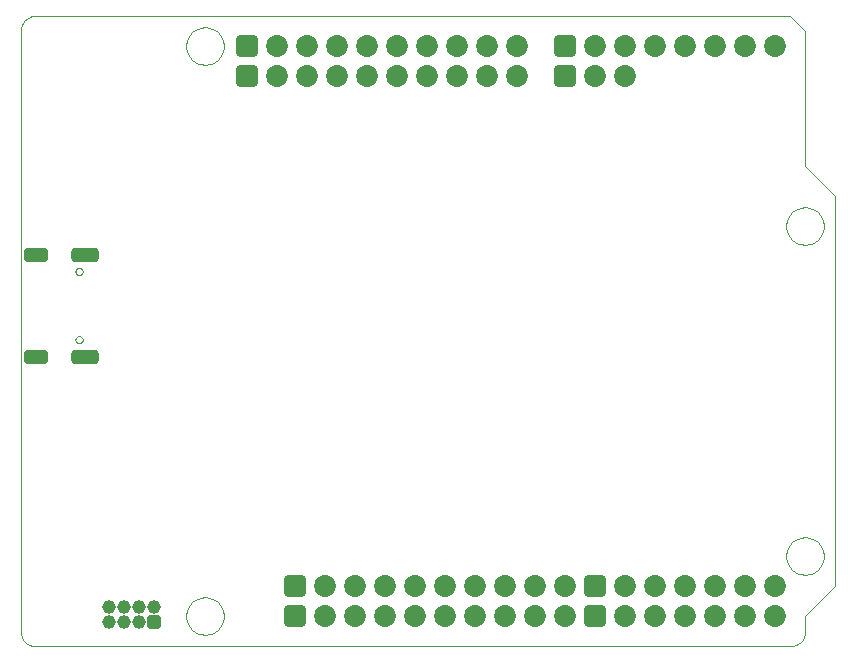
<source format=gbr>
G04 PROTEUS RS274X GERBER FILE*
%FSLAX45Y45*%
%MOMM*%
G01*
%AMPPAD067*
4,1,48,
0.323000,-0.577000,
-0.323000,-0.577000,
-0.349400,-0.575720,
-0.374930,-0.571950,
-0.399490,-0.565800,
-0.445220,-0.546870,
-0.485650,-0.519840,
-0.519840,-0.485640,
-0.546860,-0.445220,
-0.565800,-0.399490,
-0.571950,-0.374930,
-0.575720,-0.349400,
-0.577000,-0.323000,
-0.577000,0.323000,
-0.575720,0.349400,
-0.571950,0.374930,
-0.565800,0.399490,
-0.546860,0.445220,
-0.519840,0.485640,
-0.485650,0.519840,
-0.445220,0.546870,
-0.399490,0.565800,
-0.374930,0.571950,
-0.349400,0.575720,
-0.323000,0.577000,
0.323000,0.577000,
0.349400,0.575720,
0.374930,0.571950,
0.399490,0.565800,
0.445220,0.546870,
0.485650,0.519840,
0.519840,0.485640,
0.546860,0.445220,
0.565800,0.399490,
0.571950,0.374930,
0.575720,0.349400,
0.577000,0.323000,
0.577000,-0.323000,
0.575720,-0.349400,
0.571950,-0.374930,
0.565800,-0.399490,
0.546860,-0.445220,
0.519840,-0.485640,
0.485650,-0.519840,
0.445220,-0.546870,
0.399490,-0.565800,
0.374930,-0.571950,
0.349400,-0.575720,
0.323000,-0.577000,
0*%
%ADD77PPAD067*%
%ADD78C,1.154000*%
%AMPPAD069*
4,1,44,
-0.546000,0.927000,
0.546000,0.927000,
0.585600,0.925080,
0.623900,0.919420,
0.695940,0.897610,
0.760730,0.862960,
0.816870,0.816870,
0.862960,0.760730,
0.897610,0.695940,
0.919420,0.623900,
0.925080,0.585600,
0.927000,0.546000,
0.927000,-0.546000,
0.925080,-0.585600,
0.919420,-0.623900,
0.897610,-0.695940,
0.862960,-0.760730,
0.816870,-0.816870,
0.760730,-0.862960,
0.695940,-0.897610,
0.623900,-0.919420,
0.585600,-0.925080,
0.546000,-0.927000,
-0.546000,-0.927000,
-0.585600,-0.925080,
-0.623900,-0.919420,
-0.695940,-0.897610,
-0.760730,-0.862960,
-0.816870,-0.816870,
-0.862960,-0.760730,
-0.897610,-0.695940,
-0.919420,-0.623900,
-0.925080,-0.585600,
-0.927000,-0.546000,
-0.927000,0.546000,
-0.925080,0.585600,
-0.919420,0.623900,
-0.897610,0.695940,
-0.862960,0.760730,
-0.816870,0.816870,
-0.760730,0.862960,
-0.695940,0.897610,
-0.623900,0.919420,
-0.585600,0.925080,
-0.546000,0.927000,
0*%
%ADD79PPAD069*%
%ADD80C,1.854000*%
%AMPPAD083*
4,1,36,
1.177000,0.195200,
1.177000,-0.195200,
1.168410,-0.283490,
1.143690,-0.365130,
1.104420,-0.438560,
1.052180,-0.502180,
0.988560,-0.554420,
0.915130,-0.593690,
0.833490,-0.618410,
0.745200,-0.627000,
-0.745200,-0.627000,
-0.833490,-0.618410,
-0.915130,-0.593690,
-0.988560,-0.554420,
-1.052180,-0.502180,
-1.104420,-0.438560,
-1.143690,-0.365130,
-1.168410,-0.283490,
-1.177000,-0.195200,
-1.177000,0.195200,
-1.168410,0.283490,
-1.143690,0.365130,
-1.104420,0.438560,
-1.052180,0.502180,
-0.988560,0.554420,
-0.915130,0.593690,
-0.833490,0.618410,
-0.745200,0.627000,
0.745200,0.627000,
0.833490,0.618410,
0.915130,0.593690,
0.988560,0.554420,
1.052180,0.502180,
1.104420,0.438560,
1.143690,0.365130,
1.168410,0.283490,
1.177000,0.195200,
0*%
%ADD93PPAD083*%
%AMPPAD084*
4,1,36,
1.027000,0.195200,
1.027000,-0.195200,
1.018410,-0.283490,
0.993690,-0.365130,
0.954420,-0.438560,
0.902180,-0.502180,
0.838560,-0.554420,
0.765130,-0.593690,
0.683490,-0.618410,
0.595200,-0.627000,
-0.595200,-0.627000,
-0.683490,-0.618410,
-0.765130,-0.593690,
-0.838560,-0.554420,
-0.902180,-0.502180,
-0.954420,-0.438560,
-0.993690,-0.365130,
-1.018410,-0.283490,
-1.027000,-0.195200,
-1.027000,0.195200,
-1.018410,0.283490,
-0.993690,0.365130,
-0.954420,0.438560,
-0.902180,0.502180,
-0.838560,0.554420,
-0.765130,0.593690,
-0.683490,0.618410,
-0.595200,0.627000,
0.595200,0.627000,
0.683490,0.618410,
0.765130,0.593690,
0.838560,0.554420,
0.902180,0.502180,
0.954420,0.438560,
0.993690,0.365130,
1.018410,0.283490,
1.027000,0.195200,
0*%
%ADD94PPAD084*%
%ADD65C,0.025400*%
D77*
X+1130300Y+203200D03*
D78*
X+1130300Y+330200D03*
X+1003300Y+203200D03*
X+1003300Y+330200D03*
X+876300Y+203200D03*
X+876300Y+330200D03*
X+749300Y+203200D03*
X+749300Y+330200D03*
D79*
X+4864100Y+508000D03*
D80*
X+5118100Y+508000D03*
X+5372100Y+508000D03*
X+5626100Y+508000D03*
X+5880100Y+508000D03*
X+6134100Y+508000D03*
X+6388100Y+508000D03*
D79*
X+4864100Y+254000D03*
D80*
X+5118100Y+254000D03*
X+5372100Y+254000D03*
X+5626100Y+254000D03*
X+5880100Y+254000D03*
X+6134100Y+254000D03*
X+6388100Y+254000D03*
D79*
X+2324100Y+508000D03*
D80*
X+2578100Y+508000D03*
X+2832100Y+508000D03*
X+3086100Y+508000D03*
X+3340100Y+508000D03*
X+3594100Y+508000D03*
X+3848100Y+508000D03*
X+4102100Y+508000D03*
X+4356100Y+508000D03*
X+4610100Y+508000D03*
D79*
X+2324100Y+254000D03*
D80*
X+2578100Y+254000D03*
X+2832100Y+254000D03*
X+3086100Y+254000D03*
X+3340100Y+254000D03*
X+3594100Y+254000D03*
X+3848100Y+254000D03*
X+4102100Y+254000D03*
X+4356100Y+254000D03*
X+4610100Y+254000D03*
D79*
X+1917700Y+5080000D03*
D80*
X+2171700Y+5080000D03*
X+2425700Y+5080000D03*
X+2679700Y+5080000D03*
X+2933700Y+5080000D03*
X+3187700Y+5080000D03*
X+3441700Y+5080000D03*
X+3695700Y+5080000D03*
X+3949700Y+5080000D03*
X+4203700Y+5080000D03*
D79*
X+1917700Y+4826000D03*
D80*
X+2171700Y+4826000D03*
X+2425700Y+4826000D03*
X+2679700Y+4826000D03*
X+2933700Y+4826000D03*
X+3187700Y+4826000D03*
X+3441700Y+4826000D03*
X+3695700Y+4826000D03*
X+3949700Y+4826000D03*
X+4203700Y+4826000D03*
D79*
X+4610100Y+5080000D03*
D80*
X+4864100Y+5080000D03*
X+5118100Y+5080000D03*
X+5372100Y+5080000D03*
X+5626100Y+5080000D03*
X+5880100Y+5080000D03*
X+6134100Y+5080000D03*
X+6388100Y+5080000D03*
D79*
X+4610100Y+4826000D03*
D80*
X+4864100Y+4826000D03*
X+5118100Y+4826000D03*
D93*
X+545750Y+2450500D03*
X+545750Y+3314500D03*
D94*
X+127750Y+2450500D03*
X+127750Y+3314500D03*
D65*
X+6800850Y+762000D02*
X+6800320Y+774958D01*
X+6796016Y+800876D01*
X+6787025Y+826794D01*
X+6772380Y+852712D01*
X+6749976Y+878466D01*
X+6724058Y+897958D01*
X+6698140Y+910530D01*
X+6672222Y+917866D01*
X+6646304Y+920694D01*
X+6642100Y+920750D01*
X+6483350Y+762000D02*
X+6483880Y+774958D01*
X+6488184Y+800876D01*
X+6497175Y+826794D01*
X+6511820Y+852712D01*
X+6534224Y+878466D01*
X+6560142Y+897958D01*
X+6586060Y+910530D01*
X+6611978Y+917866D01*
X+6637896Y+920694D01*
X+6642100Y+920750D01*
X+6483350Y+762000D02*
X+6483880Y+749042D01*
X+6488184Y+723124D01*
X+6497175Y+697206D01*
X+6511820Y+671288D01*
X+6534224Y+645534D01*
X+6560142Y+626042D01*
X+6586060Y+613470D01*
X+6611978Y+606134D01*
X+6637896Y+603306D01*
X+6642100Y+603250D01*
X+6800850Y+762000D02*
X+6800320Y+749042D01*
X+6796016Y+723124D01*
X+6787025Y+697206D01*
X+6772380Y+671288D01*
X+6749976Y+645534D01*
X+6724058Y+626042D01*
X+6698140Y+613470D01*
X+6672222Y+606134D01*
X+6646304Y+603306D01*
X+6642100Y+603250D01*
X+6800850Y+3556000D02*
X+6800320Y+3568958D01*
X+6796016Y+3594876D01*
X+6787025Y+3620794D01*
X+6772380Y+3646712D01*
X+6749976Y+3672466D01*
X+6724058Y+3691958D01*
X+6698140Y+3704530D01*
X+6672222Y+3711866D01*
X+6646304Y+3714694D01*
X+6642100Y+3714750D01*
X+6483350Y+3556000D02*
X+6483880Y+3568958D01*
X+6488184Y+3594876D01*
X+6497175Y+3620794D01*
X+6511820Y+3646712D01*
X+6534224Y+3672466D01*
X+6560142Y+3691958D01*
X+6586060Y+3704530D01*
X+6611978Y+3711866D01*
X+6637896Y+3714694D01*
X+6642100Y+3714750D01*
X+6483350Y+3556000D02*
X+6483880Y+3543042D01*
X+6488184Y+3517124D01*
X+6497175Y+3491206D01*
X+6511820Y+3465288D01*
X+6534224Y+3439534D01*
X+6560142Y+3420042D01*
X+6586060Y+3407470D01*
X+6611978Y+3400134D01*
X+6637896Y+3397306D01*
X+6642100Y+3397250D01*
X+6800850Y+3556000D02*
X+6800320Y+3543042D01*
X+6796016Y+3517124D01*
X+6787025Y+3491206D01*
X+6772380Y+3465288D01*
X+6749976Y+3439534D01*
X+6724058Y+3420042D01*
X+6698140Y+3407470D01*
X+6672222Y+3400134D01*
X+6646304Y+3397306D01*
X+6642100Y+3397250D01*
X+1720850Y+5080000D02*
X+1720320Y+5092958D01*
X+1716016Y+5118876D01*
X+1707025Y+5144794D01*
X+1692380Y+5170712D01*
X+1669976Y+5196466D01*
X+1644058Y+5215958D01*
X+1618140Y+5228530D01*
X+1592222Y+5235866D01*
X+1566304Y+5238694D01*
X+1562100Y+5238750D01*
X+1403350Y+5080000D02*
X+1403880Y+5092958D01*
X+1408184Y+5118876D01*
X+1417175Y+5144794D01*
X+1431820Y+5170712D01*
X+1454224Y+5196466D01*
X+1480142Y+5215958D01*
X+1506060Y+5228530D01*
X+1531978Y+5235866D01*
X+1557896Y+5238694D01*
X+1562100Y+5238750D01*
X+1403350Y+5080000D02*
X+1403880Y+5067042D01*
X+1408184Y+5041124D01*
X+1417175Y+5015206D01*
X+1431820Y+4989288D01*
X+1454224Y+4963534D01*
X+1480142Y+4944042D01*
X+1506060Y+4931470D01*
X+1531978Y+4924134D01*
X+1557896Y+4921306D01*
X+1562100Y+4921250D01*
X+1720850Y+5080000D02*
X+1720320Y+5067042D01*
X+1716016Y+5041124D01*
X+1707025Y+5015206D01*
X+1692380Y+4989288D01*
X+1669976Y+4963534D01*
X+1644058Y+4944042D01*
X+1618140Y+4931470D01*
X+1592222Y+4924134D01*
X+1566304Y+4921306D01*
X+1562100Y+4921250D01*
X+1720850Y+254000D02*
X+1720320Y+266958D01*
X+1716016Y+292876D01*
X+1707025Y+318794D01*
X+1692380Y+344712D01*
X+1669976Y+370466D01*
X+1644058Y+389958D01*
X+1618140Y+402530D01*
X+1592222Y+409866D01*
X+1566304Y+412694D01*
X+1562100Y+412750D01*
X+1403350Y+254000D02*
X+1403880Y+266958D01*
X+1408184Y+292876D01*
X+1417175Y+318794D01*
X+1431820Y+344712D01*
X+1454224Y+370466D01*
X+1480142Y+389958D01*
X+1506060Y+402530D01*
X+1531978Y+409866D01*
X+1557896Y+412694D01*
X+1562100Y+412750D01*
X+1403350Y+254000D02*
X+1403880Y+241042D01*
X+1408184Y+215124D01*
X+1417175Y+189206D01*
X+1431820Y+163288D01*
X+1454224Y+137534D01*
X+1480142Y+118042D01*
X+1506060Y+105470D01*
X+1531978Y+98134D01*
X+1557896Y+95306D01*
X+1562100Y+95250D01*
X+1720850Y+254000D02*
X+1720320Y+241042D01*
X+1716016Y+215124D01*
X+1707025Y+189206D01*
X+1692380Y+163288D01*
X+1669976Y+137534D01*
X+1644058Y+118042D01*
X+1618140Y+105470D01*
X+1592222Y+98134D01*
X+1566304Y+95306D01*
X+1562100Y+95250D01*
X+127000Y+0D02*
X+101032Y+2527D01*
X+77018Y+9798D01*
X+55423Y+21347D01*
X+36711Y+36711D01*
X+21348Y+55423D01*
X+9798Y+77018D01*
X+2527Y+101032D01*
X+0Y+127000D01*
X+0Y+5207000D01*
X+2527Y+5232967D01*
X+9798Y+5256981D01*
X+21348Y+5278577D01*
X+36711Y+5297289D01*
X+55423Y+5312652D01*
X+77018Y+5324202D01*
X+101032Y+5331473D01*
X+127000Y+5334000D01*
X+6515100Y+5334000D01*
X+6642100Y+5207000D01*
X+6642100Y+4064000D01*
X+6896100Y+3810000D01*
X+6896100Y+508000D01*
X+6642100Y+254000D01*
X+6642100Y+127000D01*
X+6639573Y+101032D01*
X+6632302Y+77018D01*
X+6620752Y+55423D01*
X+6605389Y+36711D01*
X+6586677Y+21347D01*
X+6565081Y+9798D01*
X+6541067Y+2527D01*
X+6515100Y+0D01*
X+127000Y+0D01*
X+526230Y+3171500D02*
X+526125Y+3174029D01*
X+525270Y+3179088D01*
X+523482Y+3184147D01*
X+520560Y+3189206D01*
X+516090Y+3194201D01*
X+511031Y+3197873D01*
X+505972Y+3200215D01*
X+500913Y+3201540D01*
X+495854Y+3201980D01*
X+495750Y+3201980D01*
X+465270Y+3171500D02*
X+465375Y+3174029D01*
X+466230Y+3179088D01*
X+468018Y+3184147D01*
X+470940Y+3189206D01*
X+475410Y+3194201D01*
X+480469Y+3197873D01*
X+485528Y+3200215D01*
X+490587Y+3201540D01*
X+495646Y+3201980D01*
X+495750Y+3201980D01*
X+465270Y+3171500D02*
X+465375Y+3168971D01*
X+466230Y+3163912D01*
X+468018Y+3158853D01*
X+470940Y+3153794D01*
X+475410Y+3148799D01*
X+480469Y+3145127D01*
X+485528Y+3142785D01*
X+490587Y+3141460D01*
X+495646Y+3141020D01*
X+495750Y+3141020D01*
X+526230Y+3171500D02*
X+526125Y+3168971D01*
X+525270Y+3163912D01*
X+523482Y+3158853D01*
X+520560Y+3153794D01*
X+516090Y+3148799D01*
X+511031Y+3145127D01*
X+505972Y+3142785D01*
X+500913Y+3141460D01*
X+495854Y+3141020D01*
X+495750Y+3141020D01*
X+526230Y+2593500D02*
X+526125Y+2596029D01*
X+525270Y+2601088D01*
X+523482Y+2606147D01*
X+520560Y+2611206D01*
X+516090Y+2616201D01*
X+511031Y+2619873D01*
X+505972Y+2622215D01*
X+500913Y+2623540D01*
X+495854Y+2623980D01*
X+495750Y+2623980D01*
X+465270Y+2593500D02*
X+465375Y+2596029D01*
X+466230Y+2601088D01*
X+468018Y+2606147D01*
X+470940Y+2611206D01*
X+475410Y+2616201D01*
X+480469Y+2619873D01*
X+485528Y+2622215D01*
X+490587Y+2623540D01*
X+495646Y+2623980D01*
X+495750Y+2623980D01*
X+465270Y+2593500D02*
X+465375Y+2590971D01*
X+466230Y+2585912D01*
X+468018Y+2580853D01*
X+470940Y+2575794D01*
X+475410Y+2570799D01*
X+480469Y+2567127D01*
X+485528Y+2564785D01*
X+490587Y+2563460D01*
X+495646Y+2563020D01*
X+495750Y+2563020D01*
X+526230Y+2593500D02*
X+526125Y+2590971D01*
X+525270Y+2585912D01*
X+523482Y+2580853D01*
X+520560Y+2575794D01*
X+516090Y+2570799D01*
X+511031Y+2567127D01*
X+505972Y+2564785D01*
X+500913Y+2563460D01*
X+495854Y+2563020D01*
X+495750Y+2563020D01*
M02*

</source>
